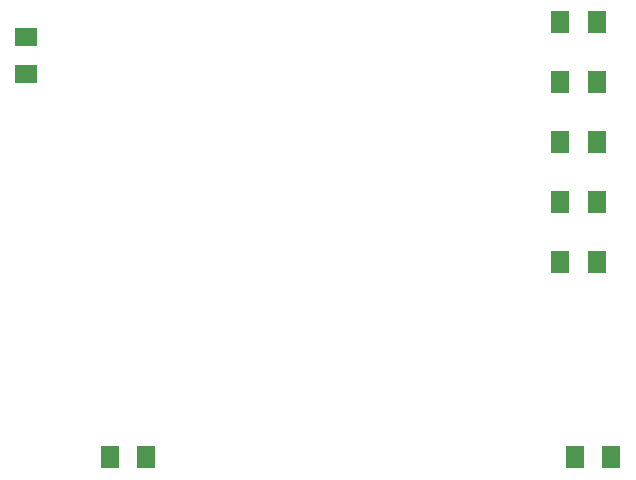
<source format=gbp>
G04 MADE WITH FRITZING*
G04 WWW.FRITZING.ORG*
G04 SINGLE SIDED*
G04 HOLES NOT PLATED*
G04 CONTOUR ON CENTER OF CONTOUR VECTOR*
%ASAXBY*%
%FSLAX23Y23*%
%MOIN*%
%OFA0B0*%
%SFA1.0B1.0*%
%ADD10R,0.062992X0.074803*%
%ADD11R,0.074803X0.062992*%
%LNPASTEMASK0*%
G90*
G70*
G54D10*
X1293Y1048D03*
X1171Y1048D03*
X2843Y1048D03*
X2721Y1048D03*
X2672Y1699D03*
X2794Y1699D03*
X2672Y1899D03*
X2794Y1899D03*
X2672Y2099D03*
X2794Y2099D03*
X2672Y2299D03*
X2794Y2299D03*
G54D11*
X893Y2326D03*
X893Y2448D03*
G54D10*
X2672Y2499D03*
X2794Y2499D03*
G04 End of PasteMask0*
M02*
</source>
